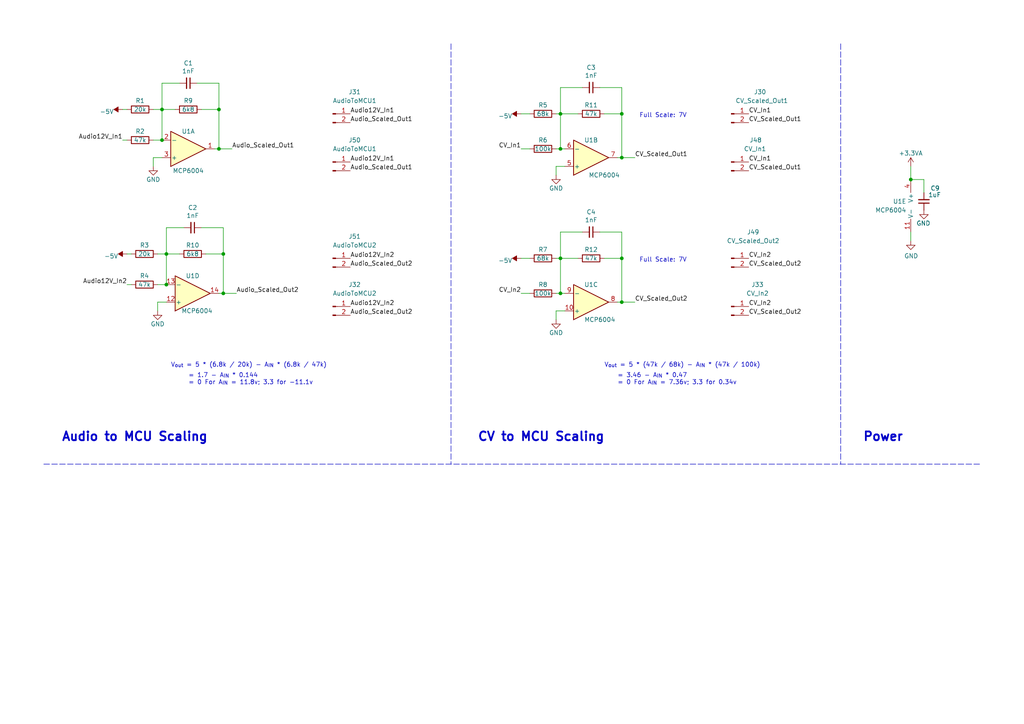
<source format=kicad_sch>
(kicad_sch (version 20230121) (generator eeschema)
  (paper "A4")
  (title_block (title "Eurorack Dev Board") (date "2023-03-28") (rev "2.0") (company "Mountjoy Modular"))
  (lib_symbols
    (symbol "Amplifier_Operational:MCP6004" (pin_names (offset 0.127))
      (property "Reference" "U" (at 0 5.08 0))
      (property "Value" "MCP6004" (at 0 -5.08 0))
      (symbol "MCP6004_1_1"
        (polyline (pts (xy -5.08 5.08) (xy 5.08 0) (xy -5.08 -5.08) (xy -5.08 5.08)) (stroke (width 0.254)) (fill (type background)))
        (pin output line (at 7.62 0 180) (length 2.54) (name "~") (number "1"))
        (pin input line (at -7.62 -2.54 0) (length 2.54) (name "-") (number "2"))
        (pin input line (at -7.62 2.54 0) (length 2.54) (name "+") (number "3"))
      )
      (symbol "MCP6004_2_1"
        (polyline (pts (xy -5.08 5.08) (xy 5.08 0) (xy -5.08 -5.08) (xy -5.08 5.08)) (stroke (width 0.254)) (fill (type background)))
        (pin input line (at -7.62 2.54 0) (length 2.54) (name "+") (number "5"))
        (pin input line (at -7.62 -2.54 0) (length 2.54) (name "-") (number "6"))
        (pin output line (at 7.62 0 180) (length 2.54) (name "~") (number "7"))
      )
      (symbol "MCP6004_3_1"
        (polyline (pts (xy -5.08 5.08) (xy 5.08 0) (xy -5.08 -5.08) (xy -5.08 5.08)) (stroke (width 0.254)) (fill (type background)))
        (pin input line (at -7.62 2.54 0) (length 2.54) (name "+") (number "10"))
        (pin output line (at 7.62 0 180) (length 2.54) (name "~") (number "8"))
        (pin input line (at -7.62 -2.54 0) (length 2.54) (name "-") (number "9"))
      )
      (symbol "MCP6004_4_1"
        (polyline (pts (xy -5.08 5.08) (xy 5.08 0) (xy -5.08 -5.08) (xy -5.08 5.08)) (stroke (width 0.254)) (fill (type background)))
        (pin input line (at -7.62 2.54 0) (length 2.54) (name "+") (number "12"))
        (pin input line (at -7.62 -2.54 0) (length 2.54) (name "-") (number "13"))
        (pin output line (at 7.62 0 180) (length 2.54) (name "~") (number "14"))
      )
      (symbol "MCP6004_5_1"
        (pin power_in line (at -2.54 -7.62 90) (length 3.81) (name "V-") (number "11"))
        (pin power_in line (at -2.54 7.62 270) (length 3.81) (name "V+") (number "4"))
      )
    )
    (symbol "Connector:Conn_01x02_Pin" (pin_names (offset 1.016) hide)
      (property "Reference" "J" (at 0 2.54 0))
      (property "Value" "Conn_01x02_Pin" (at 0 -5.08 0))
      (symbol "Conn_01x02_Pin_1_1"
        (polyline (pts (xy 1.27 -2.54) (xy 0.8636 -2.54)) (stroke (width 0.1524)))
        (polyline (pts (xy 1.27 0) (xy 0.8636 0)) (stroke (width 0.1524)))
        (rectangle (start 0.8636 -2.413) (end 0 -2.667) (stroke (width 0.1524)) (fill (type outline)))
        (rectangle (start 0.8636 0.127) (end 0 -0.127) (stroke (width 0.1524)) (fill (type outline)))
        (pin passive line (at 5.08 0 180) (length 3.81) (name "Pin_1") (number "1"))
        (pin passive line (at 5.08 -2.54 180) (length 3.81) (name "Pin_2") (number "2"))
      )
    )
    (symbol "Device:C_Small" (pin_numbers hide) (pin_names (offset 0.254) hide)
      (property "Reference" "C" (at 0.254 1.778 0))
      (property "Value" "C_Small" (at 0.254 -2.032 0))
      (symbol "C_Small_0_1"
        (polyline (pts (xy -1.524 -0.508) (xy 1.524 -0.508)) (stroke (width 0.3302)))
        (polyline (pts (xy -1.524 0.508) (xy 1.524 0.508)) (stroke (width 0.3048)))
      )
      (symbol "C_Small_1_1"
        (pin passive line (at 0 2.54 270) (length 2.032) (name "~") (number "1"))
        (pin passive line (at 0 -2.54 90) (length 2.032) (name "~") (number "2"))
      )
    )
    (symbol "Device:R" (pin_numbers hide) (pin_names (offset 0))
      (property "Reference" "R" (at 2.032 0 90))
      (property "Value" "R" (at 0 0 90))
      (symbol "R_0_1"
        (rectangle (start -1.016 -2.54) (end 1.016 2.54) (stroke (width 0.254)))
      )
      (symbol "R_1_1"
        (pin passive line (at 0 3.81 270) (length 1.27) (name "~") (number "1"))
        (pin passive line (at 0 -3.81 90) (length 1.27) (name "~") (number "2"))
      )
    )
    (symbol "power:+3.3VA" (power) (pin_names (offset 0))
      (property "Value" "+3.3VA" (at 0 3.556 0))
      (symbol "+3.3VA_0_1"
        (polyline (pts (xy -0.762 1.27) (xy 0 2.54)))
        (polyline (pts (xy 0 0) (xy 0 2.54)))
        (polyline (pts (xy 0 2.54) (xy 0.762 1.27)))
      )
      (symbol "+3.3VA_1_1"
        (pin power_in line (at 0 0 90) (length 0) hide (name "+3.3VA") (number "1"))
      )
    )
    (symbol "power:-5V" (power) (pin_names (offset 0))
      (property "Value" "-5V" (at 0 3.81 0))
      (symbol "-5V_0_0"
        (pin power_in line (at 0 0 90) (length 0) hide (name "-5V") (number "1"))
      )
      (symbol "-5V_0_1"
        (polyline (pts (xy 0 0) (xy 0 1.27) (xy 0.762 1.27) (xy 0 2.54) (xy -0.762 1.27) (xy 0 1.27)) (fill (type outline)))
      )
    )
    (symbol "power:GND" (power) (pin_names (offset 0))
      (property "Value" "GND" (at 0 -3.81 0))
      (symbol "GND_0_1"
        (polyline (pts (xy 0 0) (xy 0 -1.27) (xy 1.27 -1.27) (xy 0 -2.54) (xy -1.27 -1.27) (xy 0 -1.27)))
      )
      (symbol "GND_1_1"
        (pin power_in line (at 0 0 270) (length 0) hide (name "GND") (number "1"))
      )
    )
  )
  (junction (at 180.34 74.93))
  (junction (at 48.26 82.55))
  (junction (at 162.56 43.18))
  (junction (at 64.77 73.66))
  (junction (at 63.5 31.75))
  (junction (at 162.56 74.93))
  (junction (at 180.34 45.72))
  (junction (at 180.34 87.63))
  (junction (at 162.56 33.02))
  (junction (at 48.26 73.66))
  (junction (at 180.34 33.02))
  (junction (at 264.16 52.07))
  (junction (at 46.99 40.64))
  (junction (at 162.56 85.09))
  (junction (at 63.5 43.18))
  (junction (at 46.99 31.75))
  (junction (at 64.77 85.09))
  (wire (pts (xy 44.45 31.75) (xy 46.99 31.75)))
  (polyline (pts (xy 130.81 12.7) (xy 130.81 134.62)) (stroke (width 0) (type dash)))
  (wire (pts (xy 35.56 40.64) (xy 36.83 40.64)))
  (wire (pts (xy 162.56 67.31) (xy 162.56 74.93)))
  (wire (pts (xy 35.56 31.75) (xy 36.83 31.75)))
  (wire (pts (xy 162.56 74.93) (xy 162.56 85.09)))
  (wire (pts (xy 161.29 74.93) (xy 162.56 74.93)))
  (wire (pts (xy 167.64 74.93) (xy 162.56 74.93)))
  (wire (pts (xy 175.26 33.02) (xy 180.34 33.02)))
  (wire (pts (xy 64.77 73.66) (xy 64.77 85.09)))
  (wire (pts (xy 53.34 66.04) (xy 48.26 66.04)))
  (wire (pts (xy 184.15 45.72) (xy 180.34 45.72)))
  (wire (pts (xy 62.23 43.18) (xy 63.5 43.18)))
  (polyline (pts (xy 12.7 134.62) (xy 284.48 134.62)) (stroke (width 0) (type dash)))
  (wire (pts (xy 59.69 73.66) (xy 64.77 73.66)))
  (wire (pts (xy 36.83 82.55) (xy 38.1 82.55)))
  (wire (pts (xy 36.83 73.66) (xy 38.1 73.66)))
  (wire (pts (xy 264.16 52.07) (xy 267.97 52.07)))
  (wire (pts (xy 48.26 87.63) (xy 45.72 87.63)))
  (wire (pts (xy 264.16 48.26) (xy 264.16 52.07)))
  (wire (pts (xy 168.91 25.4) (xy 162.56 25.4)))
  (wire (pts (xy 162.56 33.02) (xy 162.56 43.18)))
  (wire (pts (xy 52.07 73.66) (xy 48.26 73.66)))
  (wire (pts (xy 63.5 85.09) (xy 64.77 85.09)))
  (wire (pts (xy 162.56 25.4) (xy 162.56 33.02)))
  (wire (pts (xy 267.97 52.07) (xy 267.97 55.88)))
  (wire (pts (xy 173.99 25.4) (xy 180.34 25.4)))
  (wire (pts (xy 48.26 73.66) (xy 48.26 82.55)))
  (wire (pts (xy 48.26 66.04) (xy 48.26 73.66)))
  (wire (pts (xy 64.77 66.04) (xy 64.77 73.66)))
  (wire (pts (xy 68.58 85.09) (xy 64.77 85.09)))
  (wire (pts (xy 45.72 73.66) (xy 48.26 73.66)))
  (wire (pts (xy 167.64 33.02) (xy 162.56 33.02)))
  (polyline (pts (xy 243.84 12.7) (xy 243.84 134.62)) (stroke (width 0) (type dash)))
  (wire (pts (xy 180.34 67.31) (xy 180.34 74.93)))
  (wire (pts (xy 52.07 24.13) (xy 46.99 24.13)))
  (wire (pts (xy 57.15 24.13) (xy 63.5 24.13)))
  (wire (pts (xy 50.8 31.75) (xy 46.99 31.75)))
  (wire (pts (xy 46.99 24.13) (xy 46.99 31.75)))
  (wire (pts (xy 46.99 31.75) (xy 46.99 40.64)))
  (wire (pts (xy 63.5 31.75) (xy 63.5 43.18)))
  (wire (pts (xy 168.91 67.31) (xy 162.56 67.31)))
  (wire (pts (xy 63.5 24.13) (xy 63.5 31.75)))
  (wire (pts (xy 179.07 45.72) (xy 180.34 45.72)))
  (wire (pts (xy 151.13 74.93) (xy 153.67 74.93)))
  (wire (pts (xy 163.83 90.17) (xy 161.29 90.17)))
  (wire (pts (xy 58.42 66.04) (xy 64.77 66.04)))
  (wire (pts (xy 151.13 85.09) (xy 153.67 85.09)))
  (wire (pts (xy 184.15 87.63) (xy 180.34 87.63)))
  (wire (pts (xy 58.42 31.75) (xy 63.5 31.75)))
  (wire (pts (xy 45.72 82.55) (xy 48.26 82.55)))
  (wire (pts (xy 264.16 67.31) (xy 264.16 69.85)))
  (wire (pts (xy 45.72 87.63) (xy 45.72 90.17)))
  (wire (pts (xy 44.45 45.72) (xy 44.45 48.26)))
  (wire (pts (xy 162.56 43.18) (xy 163.83 43.18)))
  (wire (pts (xy 67.31 43.18) (xy 63.5 43.18)))
  (wire (pts (xy 163.83 48.26) (xy 161.29 48.26)))
  (wire (pts (xy 161.29 48.26) (xy 161.29 50.8)))
  (wire (pts (xy 180.34 74.93) (xy 180.34 87.63)))
  (wire (pts (xy 161.29 43.18) (xy 162.56 43.18)))
  (wire (pts (xy 161.29 90.17) (xy 161.29 92.71)))
  (wire (pts (xy 180.34 33.02) (xy 180.34 45.72)))
  (wire (pts (xy 46.99 45.72) (xy 44.45 45.72)))
  (wire (pts (xy 44.45 40.64) (xy 46.99 40.64)))
  (wire (pts (xy 179.07 87.63) (xy 180.34 87.63)))
  (wire (pts (xy 151.13 33.02) (xy 153.67 33.02)))
  (wire (pts (xy 151.13 43.18) (xy 153.67 43.18)))
  (wire (pts (xy 162.56 85.09) (xy 163.83 85.09)))
  (wire (pts (xy 161.29 33.02) (xy 162.56 33.02)))
  (wire (pts (xy 175.26 74.93) (xy 180.34 74.93)))
  (wire (pts (xy 161.29 85.09) (xy 162.56 85.09)))
  (wire (pts (xy 173.99 67.31) (xy 180.34 67.31)))
  (wire (pts (xy 180.34 25.4) (xy 180.34 33.02)))
  (text "Full Scale: 7V" (at 185.42 34.29 0) (effects (font (size 1.27 1.27)) (justify left bottom)))
  (text "Power" (at 250.19 128.27 0) (effects (font (size 2.54 2.54) (thickness 0.508) bold) (justify left bottom)))
  (text "Full Scale: 7V" (at 185.42 76.2 0) (effects (font (size 1.27 1.27)) (justify left bottom)))
  (text "Audio to MCU Scaling" (at 17.78 128.27 0) (effects (font (size 2.54 2.54) (thickness 0.508) bold) (justify left bottom)))
  (text "CV to MCU Scaling" (at 138.43 128.27 0) (effects (font (size 2.54 2.54) (thickness 0.508) bold) (justify left bottom)))
  (text "V_{out} = 5 * (6.8k / 20k) - A_{IN} * (6.8k / 47k)" (at 49.53 106.68 0) (effects (font (size 1.27 1.27)) (justify left bottom)))
  (text "V_{out} = 5 * (47k / 68k) - A_{IN} * (47k / 100k)" (at 175.26 106.68 0) (effects (font (size 1.27 1.27)) (justify left bottom)))
  (text "= 3.46 - A_{IN} * 0.47\n= 0 For A_{IN} = 7.36v; 3.3 for 0.34v" (at 179.07 111.76 0) (effects (font (size 1.27 1.27)) (justify left bottom)))
  (text "= 1.7 - A_{IN} * 0.144\n= 0 For A_{IN} = 11.8v; 3.3 for -11.1v" (at 54.61 111.76 0) (effects (font (size 1.27 1.27)) (justify left bottom)))
  (label "CV_In2" (at 217.17 88.9 0))
  (label "CV_Scaled_Out1" (at 217.17 49.53 0))
  (label "Audio12V_In1" (at 101.6 46.99 0))
  (label "Audio_Scaled_Out2" (at 68.58 85.09 0))
  (label "Audio12V_In2" (at 36.83 82.55 180))
  (label "Audio12V_In1" (at 35.56 40.64 180))
  (label "Audio12V_In2" (at 101.6 74.93 0))
  (label "CV_In1" (at 151.13 43.18 180))
  (label "CV_In1" (at 217.17 33.02 0))
  (label "Audio_Scaled_Out2" (at 101.6 91.44 0))
  (label "Audio_Scaled_Out1" (at 101.6 35.56 0))
  (label "CV_Scaled_Out1" (at 217.17 35.56 0))
  (label "CV_In2" (at 151.13 85.09 180))
  (label "CV_Scaled_Out2" (at 217.17 77.47 0))
  (label "CV_In2" (at 217.17 74.93 0))
  (label "CV_Scaled_Out2" (at 184.15 87.63 0))
  (label "Audio_Scaled_Out1" (at 67.31 43.18 0))
  (label "CV_In1" (at 217.17 46.99 0))
  (label "CV_Scaled_Out2" (at 217.17 91.44 0))
  (label "CV_Scaled_Out1" (at 184.15 45.72 0))
  (label "Audio_Scaled_Out2" (at 101.6 77.47 0))
  (label "Audio12V_In1" (at 101.6 33.02 0))
  (label "Audio_Scaled_Out1" (at 101.6 49.53 0))
  (label "Audio12V_In2" (at 101.6 88.9 0))
  (symbol (lib_id "Device:R") (at 40.64 31.75 270) (unit 1)
    (property "Reference" "R1" (at 40.64 29.21 90))
    (property "Value" "20k" (at 40.64 31.75 90))
    (property "Footprint" "Resistor_SMD:R_0805_2012Metric" (effects hide))
    (property "Part_Number" "C4184 " (effects hide))
  )
  (symbol (lib_id "Connector:Conn_01x02_Pin") (at 96.52 46.99 0) (unit 1)
    (property "Reference" "J50" (at 102.87 40.64 0))
    (property "Value" "AudioToMCU1" (at 102.87 43.18 0))
    (property "Footprint" "Connector_PinHeader_2.54mm:PinHeader_1x02_P2.54mm_Vertical" (effects hide))
  )
  (symbol (lib_id "power:GND") (at 264.16 69.85 0) (unit 1)
    (property "Reference" "#PWR0103" (effects hide))
    (property "Value" "GND" (at 264.287 74.2442 0))
    (instances (project "DevBoard" (path "" (reference "#PWR0103") (unit 1)) (path "" (reference "#PWR02") (unit 1))))
  )
  (symbol (lib_id "Amplifier_Operational:MCP6004") (at 54.61 43.18 0) (mirror x) (unit 1)
    (property "Reference" "U1" (at 54.61 38.1 0))
    (property "Value" "MCP6004" (at 54.61 49.53 0))
    (property "Footprint" "Package_SO:SOIC-14_3.9x8.7mm_P1.27mm" (effects hide))
    (property "Datasheet" "http://ww1.microchip.com/downloads/en/DeviceDoc/21733j.pdf" (effects hide))
    (property "Part_Number" "C116668" (effects hide))
  )
  (symbol (lib_id "Device:R") (at 41.91 73.66 270) (unit 1)
    (property "Reference" "R3" (at 41.91 71.12 90))
    (property "Value" "20k" (at 41.91 73.66 90))
    (property "Footprint" "Resistor_SMD:R_0805_2012Metric" (effects hide))
    (property "Part_Number" "C4184 " (effects hide))
  )
  (symbol (lib_id "Connector:Conn_01x02_Pin") (at 212.09 88.9 0) (unit 1)
    (property "Reference" "J33" (at 219.71 82.55 0))
    (property "Value" "CV_In2" (at 219.71 85.09 0))
    (property "Footprint" "Connector_PinHeader_2.54mm:PinHeader_1x02_P2.54mm_Vertical" (effects hide))
  )
  (symbol (lib_id "power:GND") (at 267.97 60.96 0) (unit 1)
    (property "Reference" "#PWR023" (effects hide))
    (property "Value" "GND" (at 269.875 64.77 0) (effects (justify right)))
    (instances (project "DevBoard" (path "" (reference "#PWR023") (unit 1)) (path "" (reference "#PWR03") (unit 1))))
  )
  (symbol (lib_id "power:-5V") (at 151.13 74.93 90) (unit 1)
    (property "Reference" "#PWR094" (effects hide))
    (property "Value" "-5V" (at 148.59 75.565 90) (effects (justify left)))
    (instances (project "DevBoard" (path "" (reference "#PWR094") (unit 1)) (path "" (reference "#PWR073") (unit 1))))
  )
  (symbol (lib_id "Amplifier_Operational:MCP6004") (at 171.45 45.72 0) (mirror x) (unit 2)
    (property "Reference" "U1" (at 171.45 40.64 0))
    (property "Value" "MCP6004" (at 175.26 50.8 0))
    (property "Footprint" "Package_SO:SOIC-14_3.9x8.7mm_P1.27mm" (effects hide))
    (property "Datasheet" "http://ww1.microchip.com/downloads/en/DeviceDoc/21733j.pdf" (effects hide))
    (property "Part_Number" "C116668" (effects hide))
  )
  (symbol (lib_id "power:-5V") (at 35.56 31.75 90) (unit 1)
    (property "Reference" "#PWR091" (effects hide))
    (property "Value" "-5V" (at 33.02 32.385 90) (effects (justify left)))
    (instances (project "DevBoard" (path "" (reference "#PWR091") (unit 1)) (path "" (reference "#PWR04") (unit 1))))
  )
  (symbol (lib_id "power:-5V") (at 151.13 33.02 90) (unit 1)
    (property "Reference" "#PWR093" (effects hide))
    (property "Value" "-5V" (at 148.59 33.655 90) (effects (justify left)))
    (instances (project "DevBoard" (path "" (reference "#PWR093") (unit 1)) (path "" (reference "#PWR023") (unit 1))))
  )
  (symbol (lib_id "Device:R") (at 157.48 43.18 270) (unit 1)
    (property "Reference" "R6" (at 157.48 40.64 90))
    (property "Value" "100k" (at 157.48 43.18 90))
    (property "Footprint" "Resistor_SMD:R_0805_2012Metric" (effects hide))
    (property "Part_Number" "C25803" (effects hide))
  )
  (symbol (lib_id "power:GND") (at 44.45 48.26 0) (unit 1)
    (property "Reference" "#PWR01" (effects hide))
    (property "Value" "GND" (at 44.45 52.07 0))
    (instances (project "DevBoard" (path "" (reference "#PWR01") (unit 1)) (path "" (reference "#PWR081") (unit 1))))
  )
  (symbol (lib_id "Connector:Conn_01x02_Pin") (at 212.09 33.02 0) (unit 1)
    (property "Reference" "J30" (at 222.25 26.67 0) (effects (justify right)))
    (property "Value" "CV_Scaled_Out1" (at 228.6 29.21 0) (effects (justify right)))
    (property "Footprint" "Connector_PinSocket_2.54mm:PinSocket_1x02_P2.54mm_Vertical" (effects hide))
  )
  (symbol (lib_id "Device:C_Small") (at 267.97 58.42 180) (unit 1)
    (property "Reference" "C9" (at 269.875 54.61 0) (effects (justify right)))
    (property "Value" "1uF" (at 269.24 56.515 0) (effects (justify right)))
    (property "Footprint" "Capacitor_SMD:C_0805_2012Metric" (effects hide))
  )
  (symbol (lib_id "Device:R") (at 41.91 82.55 270) (unit 1)
    (property "Reference" "R4" (at 41.91 80.01 90))
    (property "Value" "47k" (at 41.91 82.55 90))
    (property "Footprint" "Resistor_SMD:R_0805_2012Metric" (effects hide))
    (property "Part_Number" "C25819" (effects hide))
  )
  (symbol (lib_id "power:+3.3VA") (at 264.16 48.26 0) (unit 1)
    (property "Reference" "#PWR0102" (effects hide))
    (property "Value" "+3.3VA" (at 264.16 44.45 0))
    (instances (project "DevBoard" (path "" (reference "#PWR0102") (unit 1)) (path "" (reference "#PWR01") (unit 1))))
  )
  (symbol (lib_id "power:GND") (at 45.72 90.17 0) (unit 1)
    (property "Reference" "#PWR02" (effects hide))
    (property "Value" "GND" (at 45.72 93.98 0))
    (instances (project "DevBoard" (path "" (reference "#PWR02") (unit 1)) (path "" (reference "#PWR091") (unit 1))))
  )
  (symbol (lib_id "Amplifier_Operational:MCP6004") (at 171.45 87.63 0) (mirror x) (unit 3)
    (property "Reference" "U1" (at 171.45 82.55 0))
    (property "Value" "MCP6004" (at 173.99 92.71 0))
    (property "Footprint" "Package_SO:SOIC-14_3.9x8.7mm_P1.27mm" (effects hide))
    (property "Datasheet" "http://ww1.microchip.com/downloads/en/DeviceDoc/21733j.pdf" (effects hide))
    (property "Part_Number" "C116668" (effects hide))
  )
  (symbol (lib_id "power:GND") (at 161.29 50.8 0) (unit 1)
    (property "Reference" "#PWR03" (effects hide))
    (property "Value" "GND" (at 161.29 54.61 0))
    (instances (project "DevBoard" (path "" (reference "#PWR03") (unit 1)) (path "" (reference "#PWR092") (unit 1))))
  )
  (symbol (lib_id "power:GND") (at 161.29 92.71 0) (unit 1)
    (property "Reference" "#PWR04" (effects hide))
    (property "Value" "GND" (at 161.29 96.52 0))
    (instances (project "DevBoard" (path "" (reference "#PWR04") (unit 1)) (path "" (reference "#PWR093") (unit 1))))
  )
  (symbol (lib_id "Connector:Conn_01x02_Pin") (at 212.09 46.99 0) (unit 1)
    (property "Reference" "J48" (at 220.98 40.64 0) (effects (justify right)))
    (property "Value" "CV_In1" (at 222.25 43.18 0) (effects (justify right)))
    (property "Footprint" "Connector_PinHeader_2.54mm:PinHeader_1x02_P2.54mm_Vertical" (effects hide))
  )
  (symbol (lib_id "power:-5V") (at 36.83 73.66 90) (unit 1)
    (property "Reference" "#PWR092" (effects hide))
    (property "Value" "-5V" (at 34.29 74.295 90) (effects (justify left)))
    (instances (project "DevBoard" (path "" (reference "#PWR092") (unit 1)) (path "" (reference "#PWR074") (unit 1))))
  )
  (symbol (lib_id "Connector:Conn_01x02_Pin") (at 212.09 74.93 0) (unit 1)
    (property "Reference" "J49" (at 218.44 67.31 0))
    (property "Value" "CV_Scaled_Out2" (at 218.44 69.85 0))
    (property "Footprint" "Connector_PinSocket_2.54mm:PinSocket_1x02_P2.54mm_Vertical" (effects hide))
  )
  (symbol (lib_id "Device:R") (at 171.45 33.02 270) (unit 1)
    (property "Reference" "R11" (at 171.45 30.48 90))
    (property "Value" "47k" (at 171.45 33.02 90))
    (property "Footprint" "Resistor_SMD:R_0805_2012Metric" (effects hide))
    (property "Part_Number" "C25819" (effects hide))
  )
  (symbol (lib_id "Device:C_Small") (at 55.88 66.04 270) (unit 1)
    (property "Reference" "C2" (at 55.88 60.2234 90))
    (property "Value" "1nF" (at 55.88 62.5348 90))
    (property "Footprint" "Capacitor_SMD:C_0805_2012Metric" (effects hide))
    (property "Part_Number" "C1595" (effects hide))
  )
  (symbol (lib_id "Device:R") (at 40.64 40.64 270) (unit 1)
    (property "Reference" "R2" (at 40.64 38.1 90))
    (property "Value" "47k" (at 40.64 40.64 90))
    (property "Footprint" "Resistor_SMD:R_0805_2012Metric" (effects hide))
    (property "Part_Number" "C25819" (effects hide))
  )
  (symbol (lib_id "Device:R") (at 55.88 73.66 270) (unit 1)
    (property "Reference" "R10" (at 55.88 71.12 90))
    (property "Value" "6k8" (at 55.88 73.66 90))
    (property "Footprint" "Resistor_SMD:R_0805_2012Metric" (effects hide))
    (property "Part_Number" "C23212 " (effects hide))
  )
  (symbol (lib_id "Device:C_Small") (at 171.45 25.4 270) (unit 1)
    (property "Reference" "C3" (at 171.45 19.5834 90))
    (property "Value" "1nF" (at 171.45 21.8948 90))
    (property "Footprint" "Capacitor_SMD:C_0805_2012Metric" (effects hide))
    (property "Part_Number" "C1595" (effects hide))
  )
  (symbol (lib_id "Amplifier_Operational:MCP6004") (at 55.88 85.09 0) (mirror x) (unit 4)
    (property "Reference" "U1" (at 55.88 80.01 0))
    (property "Value" "MCP6004" (at 57.15 90.17 0))
    (property "Footprint" "Package_SO:SOIC-14_3.9x8.7mm_P1.27mm" (effects hide))
    (property "Datasheet" "http://ww1.microchip.com/downloads/en/DeviceDoc/21733j.pdf" (effects hide))
    (property "Part_Number" "C116668" (effects hide))
  )
  (symbol (lib_id "Device:C_Small") (at 171.45 67.31 270) (unit 1)
    (property "Reference" "C4" (at 171.45 61.4934 90))
    (property "Value" "1nF" (at 171.45 63.8048 90))
    (property "Footprint" "Capacitor_SMD:C_0805_2012Metric" (effects hide))
    (property "Part_Number" "C1595" (effects hide))
  )
  (symbol (lib_id "Device:R") (at 171.45 74.93 270) (unit 1)
    (property "Reference" "R12" (at 171.45 72.39 90))
    (property "Value" "47k" (at 171.45 74.93 90))
    (property "Footprint" "Resistor_SMD:R_0805_2012Metric" (effects hide))
    (property "Part_Number" "C25819" (effects hide))
  )
  (symbol (lib_id "Device:C_Small") (at 54.61 24.13 270) (unit 1)
    (property "Reference" "C1" (at 54.61 18.3134 90))
    (property "Value" "1nF" (at 54.61 20.6248 90))
    (property "Footprint" "Capacitor_SMD:C_0805_2012Metric" (effects hide))
    (property "Part_Number" "C1595" (effects hide))
  )
  (symbol (lib_id "Connector:Conn_01x02_Pin") (at 96.52 74.93 0) (unit 1)
    (property "Reference" "J51" (at 102.87 68.58 0))
    (property "Value" "AudioToMCU2" (at 102.87 71.12 0))
    (property "Footprint" "Connector_PinSocket_2.54mm:PinSocket_1x02_P2.54mm_Vertical" (effects hide))
  )
  (symbol (lib_id "Device:R") (at 157.48 74.93 270) (unit 1)
    (property "Reference" "R7" (at 157.48 72.39 90))
    (property "Value" "68k" (at 157.48 74.93 90))
    (property "Footprint" "Resistor_SMD:R_0805_2012Metric" (effects hide))
    (property "Part_Number" "C23231" (effects hide))
  )
  (symbol (lib_id "Device:R") (at 54.61 31.75 270) (unit 1)
    (property "Reference" "R9" (at 54.61 29.21 90))
    (property "Value" "6k8" (at 54.61 31.75 90))
    (property "Footprint" "Resistor_SMD:R_0805_2012Metric" (effects hide))
    (property "Part_Number" "C23212 " (effects hide))
  )
  (symbol (lib_id "Connector:Conn_01x02_Pin") (at 96.52 88.9 0) (unit 1)
    (property "Reference" "J32" (at 102.87 82.55 0))
    (property "Value" "AudioToMCU2" (at 102.87 85.09 0))
    (property "Footprint" "Connector_PinHeader_2.54mm:PinHeader_1x02_P2.54mm_Vertical" (effects hide))
  )
  (symbol (lib_id "Amplifier_Operational:MCP6004") (at 261.62 59.69 0) (mirror y) (unit 5)
    (property "Reference" "U1" (at 262.89 58.4199 0) (effects (justify left)))
    (property "Value" "MCP6004" (at 262.89 60.9599 0) (effects (justify left)))
    (property "Footprint" "Package_SO:SOIC-14_3.9x8.7mm_P1.27mm" (effects hide))
    (property "Datasheet" "http://ww1.microchip.com/downloads/en/DeviceDoc/21733j.pdf" (effects hide))
    (property "Part_Number" "C116668" (effects hide))
  )
  (symbol (lib_id "Connector:Conn_01x02_Pin") (at 96.52 33.02 0) (unit 1)
    (property "Reference" "J31" (at 102.87 26.67 0))
    (property "Value" "AudioToMCU1" (at 102.87 29.21 0))
    (property "Footprint" "Connector_PinSocket_2.54mm:PinSocket_1x02_P2.54mm_Vertical" (effects hide))
  )
  (symbol (lib_id "Device:R") (at 157.48 85.09 270) (unit 1)
    (property "Reference" "R8" (at 157.48 82.55 90))
    (property "Value" "100k" (at 157.48 85.09 90))
    (property "Footprint" "Resistor_SMD:R_0805_2012Metric" (effects hide))
    (property "Part_Number" "C25803" (effects hide))
  )
  (symbol (lib_id "Device:R") (at 157.48 33.02 270) (unit 1)
    (property "Reference" "R5" (at 157.48 30.48 90))
    (property "Value" "68k" (at 157.48 33.02 90))
    (property "Footprint" "Resistor_SMD:R_0805_2012Metric" (effects hide))
    (property "Part_Number" "C23231" (effects hide))
  )
)
</source>
